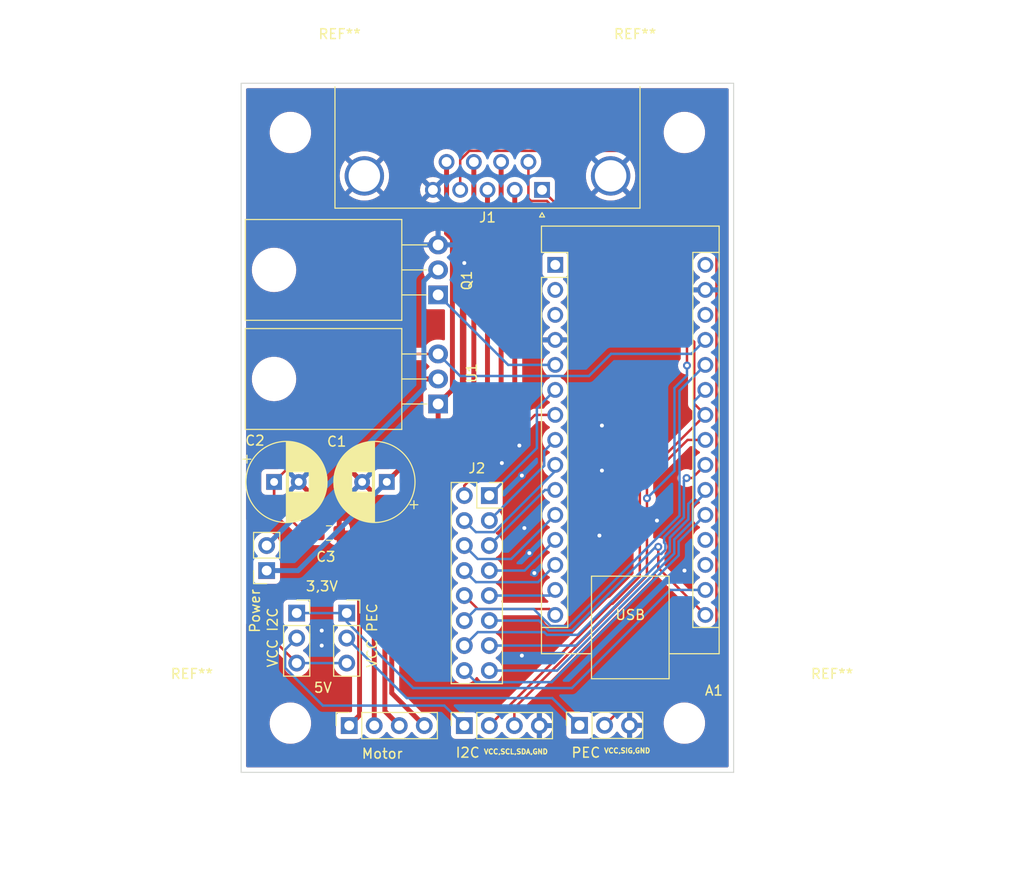
<source format=kicad_pcb>
(kicad_pcb (version 20211014) (generator pcbnew)
  (layers (0 "F.Cu" signal) (31 "B.Cu" signal) (34 "B.Paste" user) (35 "F.Paste" user) (36 "B.SilkS" user "B.Silkscreen") (37 "F.SilkS" user "F.Silkscreen") (38 "B.Mask" user) (39 "F.Mask" user) (44 "Edge.Cuts" user))
  (net 0 "")
  (net 4 "GND")
  (net 5 "Net-(A1-Pad5)")
  (net 6 "Net-(A1-Pad6)")
  (net 7 "Net-(A1-Pad7)")
  (net 8 "Net-(A1-Pad8)")
  (net 9 "Net-(A1-Pad9)")
  (net 10 "Net-(A1-Pad10)")
  (net 11 "Net-(A1-Pad11)")
  (net 12 "Net-(A1-Pad12)")
  (net 13 "Net-(A1-Pad13)")
  (net 14 "Net-(A1-Pad14)")
  (net 15 "Net-(A1-Pad15)")
  (net 16 "Net-(A1-Pad16)")
  (net 17 "+3.3V")
  (net 20 "Net-(A1-Pad20)")
  (net 21 "Net-(A1-Pad21)")
  (net 22 "Net-(A1-Pad22)")
  (net 23 "SDA")
  (net 24 "SCL")
  (net 25 "Net-(A1-Pad25)")
  (net 26 "Net-(A1-Pad26)")
  (net 27 "+5V")
  (net 30 "+12V")
  (net 31 "M2B")
  (net 32 "M1A")
  (net 33 "PEC")
  (net 34 "M2A")
  (net 35 "M1B")
  (net 36 "Net-(J3-Pad2)")
  (net 37 "Net-(J4-Pad1)")
  (net 38 "Net-(J6-Pad1)")
  (footprint "MountingHole:MountingHole_3.2mm_M3" (layer "F.Cu") (at 40 95)
    (fp_text reference "REF**" (at -10 -5) (layer "F.SilkS"))
    (fp_text value "MountingHole_3.2mm_M3")
    (pad "" np_thru_hole circle (at 0 0) (size 3.2 3.2) (drill 3.2) (layers *.Cu *.Mask))
  )
  (footprint "Module:Arduino_Nano" (layer "F.Cu") (at 66.89 48.45)
    (fp_text reference "A1" (at 16.11 43.244) (layer "F.SilkS"))
    (fp_text value "Arduino_Nano_v3.x")
    (fp_text user "USB" (at 7.62 35.56 unlocked) (layer "F.SilkS"))
    (pad "1" thru_hole rect (at 0 0) (size 1.6 1.6) (drill 1) (layers *.Cu *.Mask))
    (pad "2" thru_hole oval (at 0 2.54) (size 1.6 1.6) (drill 1) (layers *.Cu *.Mask))
    (pad "3" thru_hole oval (at 0 5.08) (size 1.6 1.6) (drill 1) (layers *.Cu *.Mask))
    (pad "4" thru_hole oval (at 0 7.62) (size 1.6 1.6) (drill 1) (layers *.Cu *.Mask) (net 4 "GND"))
    (pad "5" thru_hole oval (at 0 10.16) (size 1.6 1.6) (drill 1) (layers *.Cu *.Mask) (net 5 "Net-(A1-Pad5)"))
    (pad "6" thru_hole oval (at 0 12.7) (size 1.6 1.6) (drill 1) (layers *.Cu *.Mask) (net 6 "Net-(A1-Pad6)"))
    (pad "7" thru_hole oval (at 0 15.24) (size 1.6 1.6) (drill 1) (layers *.Cu *.Mask) (net 7 "Net-(A1-Pad7)"))
    (pad "8" thru_hole oval (at 0 17.78) (size 1.6 1.6) (drill 1) (layers *.Cu *.Mask) (net 8 "Net-(A1-Pad8)"))
    (pad "9" thru_hole oval (at 0 20.32) (size 1.6 1.6) (drill 1) (layers *.Cu *.Mask) (net 9 "Net-(A1-Pad9)"))
    (pad "10" thru_hole oval (at 0 22.86) (size 1.6 1.6) (drill 1) (layers *.Cu *.Mask) (net 10 "Net-(A1-Pad10)"))
    (pad "11" thru_hole oval (at 0 25.4) (size 1.6 1.6) (drill 1) (layers *.Cu *.Mask) (net 11 "Net-(A1-Pad11)"))
    (pad "12" thru_hole oval (at 0 27.94) (size 1.6 1.6) (drill 1) (layers *.Cu *.Mask) (net 12 "Net-(A1-Pad12)"))
    (pad "13" thru_hole oval (at 0 30.48) (size 1.6 1.6) (drill 1) (layers *.Cu *.Mask) (net 13 "Net-(A1-Pad13)"))
    (pad "14" thru_hole oval (at 0 33.02) (size 1.6 1.6) (drill 1) (layers *.Cu *.Mask) (net 14 "Net-(A1-Pad14)"))
    (pad "15" thru_hole oval (at 0 35.56) (size 1.6 1.6) (drill 1) (layers *.Cu *.Mask) (net 15 "Net-(A1-Pad15)"))
    (pad "16" thru_hole oval (at 15.24 35.56) (size 1.6 1.6) (drill 1) (layers *.Cu *.Mask) (net 16 "Net-(A1-Pad16)"))
    (pad "17" thru_hole oval (at 15.24 33.02) (size 1.6 1.6) (drill 1) (layers *.Cu *.Mask) (net 17 "+3.3V"))
    (pad "18" thru_hole oval (at 15.24 30.48) (size 1.6 1.6) (drill 1) (layers *.Cu *.Mask))
    (pad "19" thru_hole oval (at 15.24 27.94) (size 1.6 1.6) (drill 1) (layers *.Cu *.Mask))
    (pad "20" thru_hole oval (at 15.24 25.4) (size 1.6 1.6) (drill 1) (layers *.Cu *.Mask) (net 20 "Net-(A1-Pad20)"))
    (pad "21" thru_hole oval (at 15.24 22.86) (size 1.6 1.6) (drill 1) (layers *.Cu *.Mask) (net 21 "Net-(A1-Pad21)"))
    (pad "22" thru_hole oval (at 15.24 20.32) (size 1.6 1.6) (drill 1) (layers *.Cu *.Mask) (net 22 "Net-(A1-Pad22)"))
    (pad "23" thru_hole oval (at 15.24 17.78) (size 1.6 1.6) (drill 1) (layers *.Cu *.Mask) (net 23 "SDA"))
    (pad "24" thru_hole oval (at 15.24 15.24) (size 1.6 1.6) (drill 1) (layers *.Cu *.Mask) (net 24 "SCL"))
    (pad "25" thru_hole oval (at 15.24 12.7) (size 1.6 1.6) (drill 1) (layers *.Cu *.Mask) (net 25 "Net-(A1-Pad25)"))
    (pad "26" thru_hole oval (at 15.24 10.16) (size 1.6 1.6) (drill 1) (layers *.Cu *.Mask) (net 26 "Net-(A1-Pad26)"))
    (pad "27" thru_hole oval (at 15.24 7.62) (size 1.6 1.6) (drill 1) (layers *.Cu *.Mask) (net 27 "+5V"))
    (pad "28" thru_hole oval (at 15.24 5.08) (size 1.6 1.6) (drill 1) (layers *.Cu *.Mask))
    (pad "29" thru_hole oval (at 15.24 2.54) (size 1.6 1.6) (drill 1) (layers *.Cu *.Mask) (net 4 "GND"))
    (pad "30" thru_hole oval (at 15.24 0) (size 1.6 1.6) (drill 1) (layers *.Cu *.Mask))
  )
  (footprint "Connector_PinSocket_2.54mm:PinSocket_1x04_P2.54mm_Vertical" (layer "F.Cu") (at 57.658 95.25 90)
    (fp_text reference "I2C" (at -2.75 0.342 180) (layer "F.SilkS"))
    (fp_text value "Conn_01x04")
    (pad "1" thru_hole rect (at 0 0 90) (size 1.7 1.7) (drill 1) (layers *.Cu *.Mask) (net 37 "Net-(J4-Pad1)"))
    (pad "2" thru_hole oval (at 0 2.54 90) (size 1.7 1.7) (drill 1) (layers *.Cu *.Mask) (net 24 "SCL"))
    (pad "3" thru_hole oval (at 0 5.08 90) (size 1.7 1.7) (drill 1) (layers *.Cu *.Mask) (net 23 "SDA"))
    (pad "4" thru_hole oval (at 0 7.62 90) (size 1.7 1.7) (drill 1) (layers *.Cu *.Mask) (net 4 "GND"))
  )
  (footprint "Capacitor_THT:CP_Radial_D8.0mm_P2.50mm" (layer "F.Cu") (at 49.784 70.5 180)
    (fp_text reference "C1" (at 5.084 4.1) (layer "F.SilkS"))
    (fp_text value "C_Polarized")
    (pad "1" thru_hole rect (at 0 0 180) (size 1.6 1.6) (drill 0.8) (layers *.Cu *.Mask) (net 30 "+12V"))
    (pad "2" thru_hole circle (at 2.5 0 180) (size 1.6 1.6) (drill 0.8) (layers *.Cu *.Mask) (net 4 "GND"))
  )
  (footprint "Connector_Dsub:DSUB-9_Male_Horizontal_P2.77x2.84mm_EdgePinOffset7.70mm_Housed_MountingHolesOffset9.12mm" (layer "F.Cu") (at 65.55 40.830331 180)
    (fp_text reference "J1" (at 5.54 -2.8) (layer "F.SilkS"))
    (fp_text value "DB9_Male_MountingHoles")
    (pad "0" thru_hole circle (at -6.96 1.42 180) (size 4 4) (drill 3.2) (layers *.Cu *.Mask) (net 4 "GND"))
    (pad "0" thru_hole circle (at 18.04 1.42 180) (size 4 4) (drill 3.2) (layers *.Cu *.Mask) (net 4 "GND"))
    (pad "1" thru_hole rect (at 0 0 180) (size 1.6 1.6) (drill 1) (layers *.Cu *.Mask) (net 24 "SCL"))
    (pad "2" thru_hole circle (at 2.77 0 180) (size 1.6 1.6) (drill 1) (layers *.Cu *.Mask) (net 31 "M2B"))
    (pad "3" thru_hole circle (at 5.54 0 180) (size 1.6 1.6) (drill 1) (layers *.Cu *.Mask) (net 32 "M1A"))
    (pad "4" thru_hole circle (at 8.31 0 180) (size 1.6 1.6) (drill 1) (layers *.Cu *.Mask) (net 33 "PEC"))
    (pad "5" thru_hole circle (at 11.08 0 180) (size 1.6 1.6) (drill 1) (layers *.Cu *.Mask) (net 4 "GND"))
    (pad "6" thru_hole circle (at 1.385 2.84 180) (size 1.6 1.6) (drill 1) (layers *.Cu *.Mask) (net 23 "SDA"))
    (pad "7" thru_hole circle (at 4.155 2.84 180) (size 1.6 1.6) (drill 1) (layers *.Cu *.Mask) (net 34 "M2A"))
    (pad "8" thru_hole circle (at 6.925 2.84 180) (size 1.6 1.6) (drill 1) (layers *.Cu *.Mask) (net 35 "M1B"))
    (pad "9" thru_hole circle (at 9.695 2.84 180) (size 1.6 1.6) (drill 1) (layers *.Cu *.Mask) (net 30 "+12V"))
  )
  (footprint "Capacitor_SMD:C_0805_2012Metric_Pad1.18x1.45mm_HandSolder" (layer "F.Cu") (at 43.9205 75.692)
    (fp_text reference "C3" (at -0.3205 2.408) (layer "F.SilkS"))
    (fp_text value "C")
    (pad "1" smd roundrect (at -1.0375 0) (size 1.175 1.45) (layers "F.Cu" "F.Paste" "F.Mask") (roundrect_rratio 0.2127659574) (net 27 "+5V"))
    (pad "2" smd roundrect (at 1.0375 0) (size 1.175 1.45) (layers "F.Cu" "F.Paste" "F.Mask") (roundrect_rratio 0.2127659574) (net 4 "GND"))
  )
  (footprint "Capacitor_THT:CP_Radial_D8.0mm_P2.50mm" (layer "F.Cu") (at 38.347349 70.5)
    (fp_text reference "C2" (at -1.947349 -4.2) (layer "F.SilkS"))
    (fp_text value "C_Polarized")
    (pad "1" thru_hole rect (at 0 0) (size 1.6 1.6) (drill 0.8) (layers *.Cu *.Mask) (net 27 "+5V"))
    (pad "2" thru_hole circle (at 2.5 0) (size 1.6 1.6) (drill 0.8) (layers *.Cu *.Mask) (net 4 "GND"))
  )
  (footprint "Connector_PinSocket_2.54mm:PinSocket_1x03_P2.54mm_Vertical" (layer "F.Cu") (at 45.72 83.82)
    (fp_text reference "VCC PEC" (at 2.58 2.28 90) (layer "F.SilkS"))
    (fp_text value "Jumper_3_Open")
    (pad "1" thru_hole rect (at 0 0) (size 1.7 1.7) (drill 1) (layers *.Cu *.Mask) (net 17 "+3.3V"))
    (pad "2" thru_hole oval (at 0 2.54) (size 1.7 1.7) (drill 1) (layers *.Cu *.Mask) (net 38 "Net-(J6-Pad1)"))
    (pad "3" thru_hole oval (at 0 5.08) (size 1.7 1.7) (drill 1) (layers *.Cu *.Mask) (net 27 "+5V"))
  )
  (footprint "Connector_PinSocket_2.54mm:PinSocket_1x02_P2.54mm_Vertical" (layer "F.Cu") (at 37.592 79.502 180)
    (fp_text reference "Power" (at 1.192 -4.098 90) (layer "F.SilkS"))
    (fp_text value "Conn_01x02")
    (pad "1" thru_hole rect (at 0 0 180) (size 1.7 1.7) (drill 1) (layers *.Cu *.Mask) (net 30 "+12V"))
    (pad "2" thru_hole oval (at 0 2.54 180) (size 1.7 1.7) (drill 1) (layers *.Cu *.Mask) (net 36 "Net-(J3-Pad2)"))
  )
  (footprint "Connector_PinSocket_2.54mm:PinSocket_1x04_P2.54mm_Vertical" (layer "F.Cu") (at 45.974 95.25 90)
    (fp_text reference "Motor" (at -2.85 5.526 180) (layer "F.SilkS") (effects (justify right)))
    (fp_text value "Conn_01x04")
    (pad "1" thru_hole rect (at 0 0 90) (size 1.7 1.7) (drill 1) (layers *.Cu *.Mask) (net 35 "M1B"))
    (pad "2" thru_hole oval (at 0 2.54 90) (size 1.7 1.7) (drill 1) (layers *.Cu *.Mask) (net 32 "M1A"))
    (pad "3" thru_hole oval (at 0 5.08 90) (size 1.7 1.7) (drill 1) (layers *.Cu *.Mask) (net 34 "M2A"))
    (pad "4" thru_hole oval (at 0 7.62 90) (size 1.7 1.7) (drill 1) (layers *.Cu *.Mask) (net 31 "M2B"))
  )
  (footprint "Package_TO_SOT_THT:TO-220-3_Horizontal_TabDown" (layer "F.Cu") (at 55 51.5 90)
    (fp_text reference "Q1" (at 1.462 2.912 90) (layer "F.SilkS"))
    (fp_text value "IRF540N")
    (pad "" np_thru_hole oval (at 2.54 -16.66 90) (size 3.5 3.5) (drill 3.5) (layers *.Cu *.Mask))
    (pad "1" thru_hole rect (at 0 0 90) (size 1.905 2) (drill 1.1) (layers *.Cu *.Mask) (net 5 "Net-(A1-Pad5)"))
    (pad "2" thru_hole oval (at 2.54 0 90) (size 1.905 2) (drill 1.1) (layers *.Cu *.Mask) (net 36 "Net-(J3-Pad2)"))
    (pad "3" thru_hole oval (at 5.08 0 90) (size 1.905 2) (drill 1.1) (layers *.Cu *.Mask) (net 4 "GND"))
  )
  (footprint "MountingHole:MountingHole_3.2mm_M3" (layer "F.Cu") (at 80 35)
    (fp_text reference "REF**" (at -5 -10) (layer "F.SilkS"))
    (fp_text value "MountingHole_3.2mm_M3")
    (pad "" np_thru_hole circle (at 0 0) (size 3.2 3.2) (drill 3.2) (layers *.Cu *.Mask))
  )
  (footprint "Package_TO_SOT_THT:TO-220-3_Horizontal_TabDown" (layer "F.Cu") (at 55 62.58 90)
    (fp_text reference "U1" (at 3.144 3.42 90) (layer "F.SilkS"))
    (fp_text value "L7805")
    (pad "" np_thru_hole oval (at 2.54 -16.66 90) (size 3.5 3.5) (drill 3.5) (layers *.Cu *.Mask))
    (pad "1" thru_hole rect (at 0 0 90) (size 1.905 2) (drill 1.1) (layers *.Cu *.Mask) (net 30 "+12V"))
    (pad "2" thru_hole oval (at 2.54 0 90) (size 1.905 2) (drill 1.1) (layers *.Cu *.Mask) (net 4 "GND"))
    (pad "3" thru_hole oval (at 5.08 0 90) (size 1.905 2) (drill 1.1) (layers *.Cu *.Mask) (net 27 "+5V"))
  )
  (footprint "Connector_PinSocket_2.54mm:PinSocket_1x03_P2.54mm_Vertical" (layer "F.Cu") (at 69.357 95.225 90)
    (fp_text reference "PEC" (at -2.775 0.643 180) (layer "F.SilkS"))
    (fp_text value "Conn_01x03")
    (pad "1" thru_hole rect (at 0 0 90) (size 1.7 1.7) (drill 1) (layers *.Cu *.Mask) (net 38 "Net-(J6-Pad1)"))
    (pad "2" thru_hole oval (at 0 2.54 90) (size 1.7 1.7) (drill 1) (layers *.Cu *.Mask) (net 33 "PEC"))
    (pad "3" thru_hole oval (at 0 5.08 90) (size 1.7 1.7) (drill 1) (layers *.Cu *.Mask) (net 4 "GND"))
  )
  (footprint "MountingHole:MountingHole_3.2mm_M3" (layer "F.Cu") (at 40 35)
    (fp_text reference "REF**" (at 5 -10) (layer "F.SilkS"))
    (fp_text value "MountingHole_3.2mm_M3")
    (pad "" np_thru_hole circle (at 0 0) (size 3.2 3.2) (drill 3.2) (layers *.Cu *.Mask))
  )
  (footprint "Connector_PinSocket_2.54mm:PinSocket_2x08_P2.54mm_Vertical" (layer "F.Cu") (at 60.198 71.882)
    (fp_text reference "J2" (at -1.27 -2.77) (layer "F.SilkS"))
    (fp_text value "Conn_01x16_Male")
    (pad "1" thru_hole rect (at 0 0) (size 1.7 1.7) (drill 1) (layers *.Cu *.Mask) (net 6 "Net-(A1-Pad6)"))
    (pad "2" thru_hole oval (at -2.54 0) (size 1.7 1.7) (drill 1) (layers *.Cu *.Mask) (net 7 "Net-(A1-Pad7)"))
    (pad "3" thru_hole oval (at 0 2.54) (size 1.7 1.7) (drill 1) (layers *.Cu *.Mask) (net 8 "Net-(A1-Pad8)"))
    (pad "4" thru_hole oval (at -2.54 2.54) (size 1.7 1.7) (drill 1) (layers *.Cu *.Mask) (net 9 "Net-(A1-Pad9)"))
    (pad "5" thru_hole oval (at 0 5.08) (size 1.7 1.7) (drill 1) (layers *.Cu *.Mask) (net 10 "Net-(A1-Pad10)"))
    (pad "6" thru_hole oval (at -2.54 5.08) (size 1.7 1.7) (drill 1) (layers *.Cu *.Mask) (net 11 "Net-(A1-Pad11)"))
    (pad "7" thru_hole oval (at 0 7.62) (size 1.7 1.7) (drill 1) (layers *.Cu *.Mask) (net 12 "Net-(A1-Pad12)"))
    (pad "8" thru_hole oval (at -2.54 7.62) (size 1.7 1.7) (drill 1) (layers *.Cu *.Mask) (net 13 "Net-(A1-Pad13)"))
    (pad "9" thru_hole oval (at 0 10.16) (size 1.7 1.7) (drill 1) (layers *.Cu *.Mask) (net 14 "Net-(A1-Pad14)"))
    (pad "10" thru_hole oval (at -2.54 10.16) (size 1.7 1.7) (drill 1) (layers *.Cu *.Mask) (net 15 "Net-(A1-Pad15)"))
    (pad "11" thru_hole oval (at 0 12.7) (size 1.7 1.7) (drill 1) (layers *.Cu *.Mask) (net 16 "Net-(A1-Pad16)"))
    (pad "12" thru_hole oval (at -2.54 12.7) (size 1.7 1.7) (drill 1) (layers *.Cu *.Mask) (net 26 "Net-(A1-Pad26)"))
    (pad "13" thru_hole oval (at 0 15.24) (size 1.7 1.7) (drill 1) (layers *.Cu *.Mask) (net 25 "Net-(A1-Pad25)"))
    (pad "14" thru_hole oval (at -2.54 15.24) (size 1.7 1.7) (drill 1) (layers *.Cu *.Mask) (net 22 "Net-(A1-Pad22)"))
    (pad "15" thru_hole oval (at 0 17.78) (size 1.7 1.7) (drill 1) (layers *.Cu *.Mask) (net 21 "Net-(A1-Pad21)"))
    (pad "16" thru_hole oval (at -2.54 17.78) (size 1.7 1.7) (drill 1) (layers *.Cu *.Mask) (net 20 "Net-(A1-Pad20)"))
  )
  (footprint "Connector_PinSocket_2.54mm:PinSocket_1x03_P2.54mm_Vertical" (layer "F.Cu") (at 40.64 83.82)
    (fp_text reference "VCC I2C" (at -2.44 2.48 90) (layer "F.SilkS"))
    (fp_text value "Jumper_3_Open")
    (pad "1" thru_hole rect (at 0 0) (size 1.7 1.7) (drill 1) (layers *.Cu *.Mask) (net 17 "+3.3V"))
    (pad "2" thru_hole oval (at 0 2.54) (size 1.7 1.7) (drill 1) (layers *.Cu *.Mask) (net 37 "Net-(J4-Pad1)"))
    (pad "3" thru_hole oval (at 0 5.08) (size 1.7 1.7) (drill 1) (layers *.Cu *.Mask) (net 27 "+5V"))
  )
  (footprint "MountingHole:MountingHole_3.2mm_M3" (layer "F.Cu") (at 80 95)
    (fp_text reference "REF**" (at 15 -5) (layer "F.SilkS"))
    (fp_text value "MountingHole_3.2mm_M3")
    (pad "" np_thru_hole circle (at 0 0) (size 3.2 3.2) (drill 3.2) (layers *.Cu *.Mask))
  )
  (gr_line (start 85 100) (end 85 30) (layer "Edge.Cuts") (width 0.1))
  (gr_line (start 35 30) (end 35 100) (layer "Edge.Cuts") (width 0.1))
  (gr_line (start 85 30) (end 35 30) (layer "Edge.Cuts") (width 0.1))
  (gr_line (start 35 100) (end 85 100) (layer "Edge.Cuts") (width 0.1))
  (gr_text "3,3V\n" (at 43.2 81.1) (layer "F.SilkS") (effects (font (size 1 1))))
  (gr_text "5V" (at 43.3 91.4) (layer "F.SilkS") (effects (font (size 1 1))))
  (gr_text " VCC,SCL,SDA,GND" (at 62.7 97.9) (layer "F.SilkS") (effects (font (size 0.5 0.5) (thickness 0.125))))
  (gr_text " VCC,SIG,GND" (at 74 97.8) (layer "F.SilkS") (effects (font (size 0.5 0.5) (thickness 0.125))))
  (via (at 64.262 77.724) (size 0.8) (drill 0.4) (layers "F.Cu" "B.Cu") (net 4))
  (via (at 43.18 85.598) (size 0.8) (drill 0.4) (layers "F.Cu" "B.Cu") (net 4))
  (via (at 43.18 87.122) (size 0.8) (drill 0.4) (layers "F.Cu" "B.Cu") (net 4))
  (via (at 63.5 88.138) (size 0.8) (drill 0.4) (layers "F.Cu" "B.Cu") (net 4))
  (via (at 71.374 75.946) (size 0.8) (drill 0.4) (layers "F.Cu" "B.Cu") (net 4))
  (via (at 57.658 48.26) (size 0.8) (drill 0.4) (layers "F.Cu" "B.Cu") (net 4))
  (via (at 63.754 75.184) (size 0.8) (drill 0.4) (layers "F.Cu" "B.Cu") (net 4))
  (via (at 71.628 69.342) (size 0.8) (drill 0.4) (layers "F.Cu" "B.Cu") (net 4))
  (via (at 63.5 69.85) (size 0.8) (drill 0.4) (layers "F.Cu" "B.Cu") (net 4))
  (via (at 61.468 68.58) (size 0.8) (drill 0.4) (layers "F.Cu" "B.Cu") (net 4))
  (via (at 77.216 74.422) (size 0.8) (drill 0.4) (layers "F.Cu" "B.Cu") (net 4))
  (via (at 63.246 66.802) (size 0.8) (drill 0.4) (layers "F.Cu" "B.Cu") (net 4))
  (via (at 64.77 79.756) (size 0.8) (drill 0.4) (layers "F.Cu" "B.Cu") (net 4))
  (via (at 71.628 64.77) (size 0.8) (drill 0.4) (layers "F.Cu" "B.Cu") (net 4))
  (via (at 80.01 79.502) (size 0.8) (drill 0.4) (layers "F.Cu" "B.Cu") (net 4))
  (segment (start 62.11 58.61) (end 55 51.5) (width 0.25) (layer "B.Cu") (net 5))
  (segment (start 66.89 58.61) (end 62.11 58.61) (width 0.25) (layer "B.Cu") (net 5))
  (segment (start 65.024 67.056) (end 65.024 63.016) (width 0.25) (layer "B.Cu") (net 6))
  (segment (start 65.024 63.016) (end 66.89 61.15) (width 0.25) (layer "B.Cu") (net 6))
  (segment (start 60.198 71.882) (end 65.024 67.056) (width 0.25) (layer "B.Cu") (net 6))
  (segment (start 64.834 63.69) (end 66.89 63.69) (width 0.25) (layer "F.Cu") (net 7))
  (segment (start 57.658 70.866) (end 64.834 63.69) (width 0.25) (layer "F.Cu") (net 7))
  (segment (start 57.658 71.882) (end 57.658 70.866) (width 0.25) (layer "F.Cu") (net 7))
  (segment (start 60.198 74.422) (end 65.765 68.855) (width 0.25) (layer "B.Cu") (net 8))
  (segment (start 65.765 68.855) (end 65.765 67.355) (width 0.25) (layer "B.Cu") (net 8))
  (segment (start 65.765 67.355) (end 66.89 66.23) (width 0.25) (layer "B.Cu") (net 8))
  (segment (start 66.89 69.391701) (end 66.89 68.77) (width 0.25) (layer "B.Cu") (net 9))
  (segment (start 60.684701 75.597) (end 66.89 69.391701) (width 0.25) (layer "B.Cu") (net 9))
  (segment (start 58.833 75.597) (end 60.684701 75.597) (width 0.25) (layer "B.Cu") (net 9))
  (segment (start 57.658 74.422) (end 58.833 75.597) (width 0.25) (layer "B.Cu") (net 9))
  (segment (start 60.198 76.962) (end 65.85 71.31) (width 0.25) (layer "B.Cu") (net 10))
  (segment (start 65.85 71.31) (end 66.89 71.31) (width 0.25) (layer "B.Cu") (net 10))
  (segment (start 59.023 78.327) (end 62.413 78.327) (width 0.25) (layer "B.Cu") (net 11))
  (segment (start 62.413 78.327) (end 66.89 73.85) (width 0.25) (layer "B.Cu") (net 11))
  (segment (start 57.658 76.962) (end 59.023 78.327) (width 0.25) (layer "B.Cu") (net 11))
  (segment (start 63.778 79.502) (end 66.89 76.39) (width 0.25) (layer "B.Cu") (net 12))
  (segment (start 60.198 79.502) (end 63.778 79.502) (width 0.25) (layer "B.Cu") (net 12))
  (segment (start 58.833 80.677) (end 65.143 80.677) (width 0.25) (layer "B.Cu") (net 13))
  (segment (start 57.658 79.502) (end 58.833 80.677) (width 0.25) (layer "B.Cu") (net 13))
  (segment (start 65.143 80.677) (end 66.89 78.93) (width 0.25) (layer "B.Cu") (net 13))
  (segment (start 60.198 82.042) (end 66.318 82.042) (width 0.25) (layer "B.Cu") (net 14))
  (segment (start 66.318 82.042) (end 66.89 81.47) (width 0.25) (layer "B.Cu") (net 14))
  (segment (start 57.658 82.042) (end 59.023 83.407) (width 0.25) (layer "F.Cu") (net 15))
  (segment (start 59.023 83.407) (end 66.287 83.407) (width 0.25) (layer "F.Cu") (net 15))
  (segment (start 66.287 83.407) (end 66.89 84.01) (width 0.25) (layer "F.Cu") (net 15))
  (segment (start 82.13 84.01) (end 77.347299 79.227299) (width 0.25) (layer "F.Cu") (net 16))
  (segment (start 77.347299 79.227299) (end 77.347299 77.093299) (width 0.25) (layer "F.Cu") (net 16))
  (via (at 77.347299 77.093299) (size 0.8) (drill 0.4) (layers "F.Cu" "B.Cu") (net 16))
  (segment (start 66.23782 85.584501) (end 68.593499 85.584501) (width 0.25) (layer "B.Cu") (net 16))
  (segment (start 60.198 84.582) (end 65.235319 84.582) (width 0.25) (layer "B.Cu") (net 16))
  (segment (start 77.084701 77.093299) (end 77.347299 77.093299) (width 0.25) (layer "B.Cu") (net 16))
  (segment (start 65.235319 84.582) (end 66.23782 85.584501) (width 0.25) (layer "B.Cu") (net 16))
  (segment (start 68.593499 85.584501) (end 77.084701 77.093299) (width 0.25) (layer "B.Cu") (net 16))
  (segment (start 45.72 84.698299) (end 45.72 83.82) (width 0.25) (layer "B.Cu") (net 17))
  (segment (start 82.13 81.47) (end 78.55 81.47) (width 0.25) (layer "B.Cu") (net 17))
  (segment (start 78.55 81.47) (end 68.58 91.44) (width 0.25) (layer "B.Cu") (net 17))
  (segment (start 40.64 83.82) (end 45.72 83.82) (width 0.25) (layer "B.Cu") (net 17))
  (segment (start 52.461701 91.44) (end 45.72 84.698299) (width 0.25) (layer "B.Cu") (net 17))
  (segment (start 68.58 91.44) (end 52.461701 91.44) (width 0.25) (layer "B.Cu") (net 17))
  (segment (start 58.833 90.837) (end 66.535266 90.837) (width 0.25) (layer "B.Cu") (net 20))
  (segment (start 66.535266 90.837) (end 79.420302 77.951964) (width 0.25) (layer "B.Cu") (net 20))
  (segment (start 79.420302 77.951964) (end 79.420302 76.559698) (width 0.25) (layer "B.Cu") (net 20))
  (segment (start 79.420302 76.559698) (end 82.13 73.85) (width 0.25) (layer "B.Cu") (net 20))
  (segment (start 57.658 89.662) (end 58.833 90.837) (width 0.25) (layer "B.Cu") (net 20))
  (segment (start 67.074576 89.662) (end 78.970801 77.765775) (width 0.25) (layer "B.Cu") (net 21))
  (segment (start 78.970801 76.352269) (end 80.850503 74.472567) (width 0.25) (layer "B.Cu") (net 21))
  (segment (start 78.970801 77.765775) (end 78.970801 76.352269) (width 0.25) (layer "B.Cu") (net 21))
  (segment (start 82.13 71.632371) (end 82.13 71.31) (width 0.25) (layer "B.Cu") (net 21))
  (segment (start 80.850503 74.472567) (end 80.850503 72.911868) (width 0.25) (layer "B.Cu") (net 21))
  (segment (start 60.198 89.662) (end 67.074576 89.662) (width 0.25) (layer "B.Cu") (net 21))
  (segment (start 80.850503 72.911868) (end 82.13 71.632371) (width 0.25) (layer "B.Cu") (net 21))
  (segment (start 82.13 68.77) (end 80.796 70.104) (width 0.25) (layer "F.Cu") (net 22))
  (segment (start 80.796 70.104) (end 80.2265 70.104) (width 0.25) (layer "F.Cu") (net 22))
  (via (at 80.2265 70.104) (size 0.8) (drill 0.4) (layers "F.Cu" "B.Cu") (net 22))
  (segment (start 57.658 87.122) (end 59.023 85.757) (width 0.25) (layer "B.Cu") (net 22))
  (segment (start 77.9405 76.661902) (end 77.9405 76.11119) (width 0.25) (layer "B.Cu") (net 22))
  (segment (start 79.951501 70.378999) (end 80.2265 70.104) (width 0.25) (layer "B.Cu") (net 22))
  (segment (start 77.384799 77.817799) (end 77.647397 77.817799) (width 0.25) (layer "B.Cu") (net 22))
  (segment (start 69.168596 86.034002) (end 77.384799 77.817799) (width 0.25) (layer "B.Cu") (net 22))
  (segment (start 78.071799 77.393397) (end 78.071799 76.793201) (width 0.25) (layer "B.Cu") (net 22))
  (segment (start 65.774629 85.757) (end 66.051631 86.034002) (width 0.25) (layer "B.Cu") (net 22))
  (segment (start 77.647397 77.817799) (end 78.071799 77.393397) (width 0.25) (layer "B.Cu") (net 22))
  (segment (start 77.9405 76.11119) (end 79.951501 74.100189) (width 0.25) (layer "B.Cu") (net 22))
  (segment (start 59.023 85.757) (end 65.774629 85.757) (width 0.25) (layer "B.Cu") (net 22))
  (segment (start 66.051631 86.034002) (end 69.168596 86.034002) (width 0.25) (layer "B.Cu") (net 22))
  (segment (start 79.951501 74.100189) (end 79.951501 70.378999) (width 0.25) (layer "B.Cu") (net 22))
  (segment (start 78.071799 76.793201) (end 77.9405 76.661902) (width 0.25) (layer "B.Cu") (net 22))
  (segment (start 76.2 70.358) (end 80.328 66.23) (width 0.25) (layer "F.Cu") (net 23))
  (segment (start 62.738 93.472) (end 76.2 80.01) (width 0.25) (layer "F.Cu") (net 23))
  (segment (start 80.264 58.674) (end 80.264 56.180727) (width 0.25) (layer "F.Cu") (net 23))
  (segment (start 80.264 56.180727) (end 66.038604 41.955331) (width 0.25) (layer "F.Cu") (net 23))
  (segment (start 66.038604 41.955331) (end 64.425 41.955331) (width 0.25) (layer "F.Cu") (net 23))
  (segment (start 64.425 41.955331) (end 64.165 41.695331) (width 0.25) (layer "F.Cu") (net 23))
  (segment (start 80.328 66.23) (end 82.13 66.23) (width 0.25) (layer "F.Cu") (net 23))
  (segment (start 76.2 80.01) (end 76.2 72.16) (width 0.25) (layer "F.Cu") (net 23))
  (segment (start 64.165 41.695331) (end 64.165 37.990331) (width 0.25) (layer "F.Cu") (net 23))
  (segment (start 62.738 95.25) (end 62.738 93.472) (width 0.25) (layer "F.Cu") (net 23))
  (segment (start 76.2 72.16) (end 76.2 70.358) (width 0.25) (layer "F.Cu") (net 23))
  (via (at 76.2 72.16) (size 0.8) (drill 0.4) (layers "F.Cu" "B.Cu") (net 23))
  (via (at 80.264 58.674) (size 0.8) (drill 0.4) (layers "F.Cu" "B.Cu") (net 23))
  (segment (start 78.994 69.366) (end 78.994 60.96) (width 0.25) (layer "B.Cu") (net 23))
  (segment (start 76.2 72.16) (end 78.994 69.366) (width 0.25) (layer "B.Cu") (net 23))
  (segment (start 78.994 60.96) (end 80.264 59.69) (width 0.25) (layer "B.Cu") (net 23))
  (segment (start 80.264 59.69) (end 80.264 58.674) (width 0.25) (layer "B.Cu") (net 23))
  (segment (start 81.005 56.285331) (end 65.55 40.830331) (width 0.25) (layer "F.Cu") (net 24))
  (segment (start 75.4755 80.09881) (end 75.4755 70.3445) (width 0.25) (layer "F.Cu") (net 24))
  (segment (start 82.13 63.69) (end 81.005 62.565) (width 0.25) (layer "F.Cu") (net 24))
  (segment (start 81.005 62.565) (end 81.005 56.285331) (width 0.25) (layer "F.Cu") (net 24))
  (segment (start 75.4755 70.3445) (end 82.13 63.69) (width 0.25) (layer "F.Cu") (net 24))
  (segment (start 72.711811 82.862499) (end 75.4755 80.09881) (width 0.25) (layer "F.Cu") (net 24))
  (segment (start 60.198 95.25) (end 72.585501 82.862499) (width 0.25) (layer "F.Cu") (net 24))
  (segment (start 72.585501 82.862499) (end 72.711811 82.862499) (width 0.25) (layer "F.Cu") (net 24))
  (segment (start 78.5213 76.16608) (end 80.401002 74.286378) (width 0.25) (layer "B.Cu") (net 25))
  (segment (start 80.401002 74.286378) (end 80.401002 72.725679) (width 0.25) (layer "B.Cu") (net 25))
  (segment (start 80.401002 72.725679) (end 81.005 72.121681) (width 0.25) (layer "B.Cu") (net 25))
  (segment (start 68.978886 87.122) (end 78.5213 77.579586) (width 0.25) (layer "B.Cu") (net 25))
  (segment (start 60.198 87.122) (end 68.978886 87.122) (width 0.25) (layer "B.Cu") (net 25))
  (segment (start 81.005 62.275) (end 82.13 61.15) (width 0.25) (layer "B.Cu") (net 25))
  (segment (start 78.5213 77.579586) (end 78.5213 76.16608) (width 0.25) (layer "B.Cu") (net 25))
  (segment (start 81.005 72.121681) (end 81.005 62.275) (width 0.25) (layer "B.Cu") (net 25))
  (segment (start 79.502 73.914) (end 79.502 61.238) (width 0.25) (layer "B.Cu") (net 26))
  (segment (start 66.424009 85.135) (end 68.281 85.135) (width 0.25) (layer "B.Cu") (net 26))
  (segment (start 64.696009 83.407) (end 66.424009 85.135) (width 0.25) (layer "B.Cu") (net 26))
  (segment (start 57.658 84.582) (end 58.833 83.407) (width 0.25) (layer "B.Cu") (net 26))
  (segment (start 68.281 85.135) (end 79.502 73.914) (width 0.25) (layer "B.Cu") (net 26))
  (segment (start 79.502 61.238) (end 82.13 58.61) (width 0.25) (layer "B.Cu") (net 26))
  (segment (start 58.833 83.407) (end 64.696009 83.407) (width 0.25) (layer "B.Cu") (net 26))
  (segment (start 38.347349 72.637349) (end 38.347349 70.5) (width 0.25) (layer "F.Cu") (net 27))
  (segment (start 38.347349 70.5) (end 51.347349 57.5) (width 0.25) (layer "F.Cu") (net 27))
  (segment (start 35.814 75.184) (end 35.814 84.074) (width 0.25) (layer "F.Cu") (net 27))
  (segment (start 38.347349 70.5) (end 38.347349 72.650651) (width 0.25) (layer "F.Cu") (net 27))
  (segment (start 35.814 84.074) (end 40.64 88.9) (width 0.25) (layer "F.Cu") (net 27))
  (segment (start 51.347349 57.5) (end 55 57.5) (width 0.25) (layer "F.Cu") (net 27))
  (segment (start 41.402 75.692) (end 38.347349 72.637349) (width 0.25) (layer "F.Cu") (net 27))
  (segment (start 42.883 75.692) (end 41.402 75.692) (width 0.25) (layer "F.Cu") (net 27))
  (segment (start 38.347349 72.650651) (end 35.814 75.184) (width 0.25) (layer "F.Cu") (net 27))
  (segment (start 82.13 56.07) (end 80.715 57.485) (width 0.25) (layer "B.Cu") (net 27))
  (segment (start 72.563 57.485) (end 70.313 59.735) (width 0.25) (layer "B.Cu") (net 27))
  (segment (start 57.235 59.735) (end 55 57.5) (width 0.25) (layer "B.Cu") (net 27))
  (segment (start 70.313 59.735) (end 57.235 59.735) (width 0.25) (layer "B.Cu") (net 27))
  (segment (start 40.64 88.9) (end 45.72 88.9) (width 0.25) (layer "B.Cu") (net 27))
  (segment (start 80.715 57.485) (end 72.563 57.485) (width 0.25) (layer "B.Cu") (net 27))
  (segment (start 55.855 37.990331) (end 55.855 45.244065) (width 0.5) (layer "F.Cu") (net 30))
  (segment (start 55 62.58) (end 55 65.284) (width 0.5) (layer "F.Cu") (net 30))
  (segment (start 56.4495 61.1305) (end 55 62.58) (width 0.5) (layer "F.Cu") (net 30))
  (segment (start 55 65.284) (end 49.784 70.5) (width 0.5) (layer "F.Cu") (net 30))
  (segment (start 56.4495 45.838565) (end 56.4495 61.1305) (width 0.5) (layer "F.Cu") (net 30))
  (segment (start 55.855 45.244065) (end 56.4495 45.838565) (width 0.5) (layer "F.Cu") (net 30))
  (segment (start 40.782 79.502) (end 49.784 70.5) (width 0.5) (layer "B.Cu") (net 30))
  (segment (start 37.592 79.502) (end 40.782 79.502) (width 0.5) (layer "B.Cu") (net 30))
  (segment (start 62.78 40.830331) (end 62.78 63.204) (width 0.5) (layer "F.Cu") (net 31))
  (segment (start 62.78 63.204) (end 50.292 75.692) (width 0.5) (layer "F.Cu") (net 31))
  (segment (start 50.292 75.692) (end 50.292 91.948) (width 0.5) (layer "F.Cu") (net 31))
  (segment (start 50.292 91.948) (end 53.594 95.25) (width 0.5) (layer "F.Cu") (net 31))
  (segment (start 60.01 63.995512) (end 48.514 75.491512) (width 0.5) (layer "F.Cu") (net 32))
  (segment (start 48.514 75.491512) (end 48.514 95.25) (width 0.5) (layer "F.Cu") (net 32))
  (segment (start 60.01 40.830331) (end 60.01 63.995512) (width 0.5) (layer "F.Cu") (net 32))
  (segment (start 57.24 37.78434) (end 57.24 40.830331) (width 0.25) (layer "F.Cu") (net 33))
  (segment (start 75.936 91.186) (end 76.962 91.186) (width 0.25) (layer "F.Cu") (net 33))
  (segment (start 83.255 84.893) (end 83.255 42.869) (width 0.25) (layer "F.Cu") (net 33))
  (segment (start 77.251331 36.865331) (end 58.159009 36.865331) (width 0.25) (layer "F.Cu") (net 33))
  (segment (start 83.255 42.869) (end 77.251331 36.865331) (width 0.25) (layer "F.Cu") (net 33))
  (segment (start 71.897 95.225) (end 75.936 91.186) (width 0.25) (layer "F.Cu") (net 33))
  (segment (start 58.159009 36.865331) (end 57.24 37.78434) (width 0.25) (layer "F.Cu") (net 33))
  (segment (start 76.962 91.186) (end 83.255 84.893) (width 0.25) (layer "F.Cu") (net 33))
  (segment (start 49.592499 75.402257) (end 49.592499 93.788499) (width 0.5) (layer "F.Cu") (net 34))
  (segment (start 49.592499 93.788499) (end 51.054 95.25) (width 0.5) (layer "F.Cu") (net 34))
  (segment (start 61.395 63.599756) (end 49.592499 75.402257) (width 0.5) (layer "F.Cu") (net 34))
  (segment (start 61.395 37.990331) (end 61.395 63.599756) (width 0.5) (layer "F.Cu") (net 34))
  (segment (start 47.02 75.996268) (end 58.625 64.391268) (width 0.5) (layer "F.Cu") (net 35))
  (segment (start 58.625 64.391268) (end 58.625 37.990331) (width 0.5) (layer "F.Cu") (net 35))
  (segment (start 47.02 94.204) (end 47.02 75.996268) (width 0.5) (layer "F.Cu") (net 35))
  (segment (start 45.974 95.25) (end 47.02 94.204) (width 0.5) (layer "F.Cu") (net 35))
  (segment (start 53.55 50.0975) (end 54.6875 48.96) (width 0.5) (layer "B.Cu") (net 36))
  (segment (start 37.592 76.962) (end 53.55 61.004) (width 0.5) (layer "B.Cu") (net 36))
  (segment (start 54.6875 48.96) (end 55 48.96) (width 0.5) (layer "B.Cu") (net 36))
  (segment (start 53.55 61.004) (end 53.55 50.0975) (width 0.5) (layer "B.Cu") (net 36))
  (segment (start 39.465 89.386701) (end 43.296299 93.218) (width 0.25) (layer "B.Cu") (net 37))
  (segment (start 55.626 93.218) (end 57.658 95.25) (width 0.25) (layer "B.Cu") (net 37))
  (segment (start 39.465 87.535) (end 39.465 89.386701) (width 0.25) (layer "B.Cu") (net 37))
  (segment (start 43.296299 93.218) (end 55.626 93.218) (width 0.25) (layer "B.Cu") (net 37))
  (segment (start 40.64 86.36) (end 39.465 87.535) (width 0.25) (layer "B.Cu") (net 37))
  (segment (start 45.72 86.36) (end 51.816 92.456) (width 0.25) (layer "B.Cu") (net 38))
  (segment (start 51.816 92.456) (end 66.588 92.456) (width 0.25) (layer "B.Cu") (net 38))
  (segment (start 66.588 92.456) (end 69.357 95.225) (width 0.25) (layer "B.Cu") (net 38))
  (zone (net 4) (net_name "GND") (layer "F.Cu") (connect_pads (clearance 0.508)) (min_thickness 0.254) (fill yes (thermal_gap 0.508) (thermal_bridge_width 0.508))
    (polygon (pts (xy 85 100) (xy 35 100) (xy 35 30) (xy 85 30)))
  )
  (zone (net 4) (net_name "GND") (layer "B.Cu") (connect_pads (clearance 0.508)) (min_thickness 0.254) (fill yes (thermal_gap 0.508) (thermal_bridge_width 0.508))
    (polygon (pts (xy 85 100) (xy 35 100) (xy 35 30) (xy 85 30)))
  )
)
</source>
